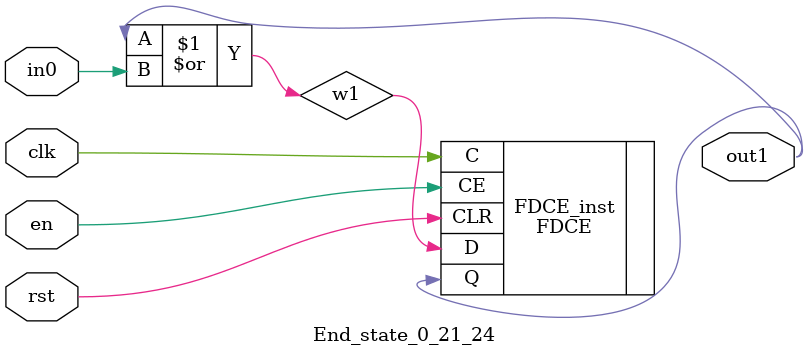
<source format=v>
module engine_0_21(out,clk,sod,en, in_0, in_1, in_3, in_6, in_8, in_9, in_10, in_15, in_16, in_17, in_29, in_30, in_36, in_37);
//pcre: /^User-Agent\s*\x3A[^\r\n]*SAH Agent/miH
//block char: ^[9], \x20[8], N[0], G[0], S[0], H[0], -[0], a[0], r[0], e[0], u[0], t[0], \x3A[8], [^\r\n][2], 

	input clk,sod,en;

	input in_0, in_1, in_3, in_6, in_8, in_9, in_10, in_15, in_16, in_17, in_29, in_30, in_36, in_37;
	output out;

	assign w0 = 1'b1;
	state_0_21_1 BlockState_0_21_1 (w1,in_0,clk,en,sod,w0);
	state_0_21_2 BlockState_0_21_2 (w2,in_29,clk,en,sod,w1);
	state_0_21_3 BlockState_0_21_3 (w3,in_8,clk,en,sod,w2);
	state_0_21_4 BlockState_0_21_4 (w4,in_17,clk,en,sod,w3);
	state_0_21_5 BlockState_0_21_5 (w5,in_16,clk,en,sod,w4);
	state_0_21_6 BlockState_0_21_6 (w6,in_10,clk,en,sod,w5);
	state_0_21_7 BlockState_0_21_7 (w7,in_15,clk,en,sod,w6);
	state_0_21_8 BlockState_0_21_8 (w8,in_6,clk,en,sod,w7);
	state_0_21_9 BlockState_0_21_9 (w9,in_17,clk,en,sod,w8);
	state_0_21_10 BlockState_0_21_10 (w10,in_3,clk,en,sod,w9);
	state_0_21_11 BlockState_0_21_11 (w11,in_30,clk,en,sod,w10);
	state_0_21_12 BlockState_0_21_12 (w12,in_1,clk,en,sod,w12,w11);
	state_0_21_13 BlockState_0_21_13 (w13,in_36,clk,en,sod,w11,w12);
	state_0_21_14 BlockState_0_21_14 (w14,in_37,clk,en,sod,w14,w13);
	state_0_21_15 BlockState_0_21_15 (w15,in_8,clk,en,sod,w13,w14);
	state_0_21_16 BlockState_0_21_16 (w16,in_15,clk,en,sod,w15);
	state_0_21_17 BlockState_0_21_17 (w17,in_9,clk,en,sod,w16);
	state_0_21_18 BlockState_0_21_18 (w18,in_1,clk,en,sod,w17);
	state_0_21_19 BlockState_0_21_19 (w19,in_15,clk,en,sod,w18);
	state_0_21_20 BlockState_0_21_20 (w20,in_6,clk,en,sod,w19);
	state_0_21_21 BlockState_0_21_21 (w21,in_17,clk,en,sod,w20);
	state_0_21_22 BlockState_0_21_22 (w22,in_3,clk,en,sod,w21);
	state_0_21_23 BlockState_0_21_23 (w23,in_30,clk,en,sod,w22);
	End_state_0_21_24 BlockState_0_21_24 (out,clk,en,sod,w23);
endmodule

module state_0_21_1(out1,in_char,clk,en,rst,in0);
	input in_char,clk,en,rst,in0;
	output out1;
	wire w1,w2;
	assign w1 = in0; 
	and(w2,in_char,w1);
	FDCE #(.INIT(1'b0)) FDCE_inst (
		.Q(out1),
		.C(clk),
		.CE(en),
		.CLR(rst),
		.D(w2)
);
endmodule

module state_0_21_2(out1,in_char,clk,en,rst,in0);
	input in_char,clk,en,rst,in0;
	output out1;
	wire w1,w2;
	assign w1 = in0; 
	and(w2,in_char,w1);
	FDCE #(.INIT(1'b0)) FDCE_inst (
		.Q(out1),
		.C(clk),
		.CE(en),
		.CLR(rst),
		.D(w2)
);
endmodule

module state_0_21_3(out1,in_char,clk,en,rst,in0);
	input in_char,clk,en,rst,in0;
	output out1;
	wire w1,w2;
	assign w1 = in0; 
	and(w2,in_char,w1);
	FDCE #(.INIT(1'b0)) FDCE_inst (
		.Q(out1),
		.C(clk),
		.CE(en),
		.CLR(rst),
		.D(w2)
);
endmodule

module state_0_21_4(out1,in_char,clk,en,rst,in0);
	input in_char,clk,en,rst,in0;
	output out1;
	wire w1,w2;
	assign w1 = in0; 
	and(w2,in_char,w1);
	FDCE #(.INIT(1'b0)) FDCE_inst (
		.Q(out1),
		.C(clk),
		.CE(en),
		.CLR(rst),
		.D(w2)
);
endmodule

module state_0_21_5(out1,in_char,clk,en,rst,in0);
	input in_char,clk,en,rst,in0;
	output out1;
	wire w1,w2;
	assign w1 = in0; 
	and(w2,in_char,w1);
	FDCE #(.INIT(1'b0)) FDCE_inst (
		.Q(out1),
		.C(clk),
		.CE(en),
		.CLR(rst),
		.D(w2)
);
endmodule

module state_0_21_6(out1,in_char,clk,en,rst,in0);
	input in_char,clk,en,rst,in0;
	output out1;
	wire w1,w2;
	assign w1 = in0; 
	and(w2,in_char,w1);
	FDCE #(.INIT(1'b0)) FDCE_inst (
		.Q(out1),
		.C(clk),
		.CE(en),
		.CLR(rst),
		.D(w2)
);
endmodule

module state_0_21_7(out1,in_char,clk,en,rst,in0);
	input in_char,clk,en,rst,in0;
	output out1;
	wire w1,w2;
	assign w1 = in0; 
	and(w2,in_char,w1);
	FDCE #(.INIT(1'b0)) FDCE_inst (
		.Q(out1),
		.C(clk),
		.CE(en),
		.CLR(rst),
		.D(w2)
);
endmodule

module state_0_21_8(out1,in_char,clk,en,rst,in0);
	input in_char,clk,en,rst,in0;
	output out1;
	wire w1,w2;
	assign w1 = in0; 
	and(w2,in_char,w1);
	FDCE #(.INIT(1'b0)) FDCE_inst (
		.Q(out1),
		.C(clk),
		.CE(en),
		.CLR(rst),
		.D(w2)
);
endmodule

module state_0_21_9(out1,in_char,clk,en,rst,in0);
	input in_char,clk,en,rst,in0;
	output out1;
	wire w1,w2;
	assign w1 = in0; 
	and(w2,in_char,w1);
	FDCE #(.INIT(1'b0)) FDCE_inst (
		.Q(out1),
		.C(clk),
		.CE(en),
		.CLR(rst),
		.D(w2)
);
endmodule

module state_0_21_10(out1,in_char,clk,en,rst,in0);
	input in_char,clk,en,rst,in0;
	output out1;
	wire w1,w2;
	assign w1 = in0; 
	and(w2,in_char,w1);
	FDCE #(.INIT(1'b0)) FDCE_inst (
		.Q(out1),
		.C(clk),
		.CE(en),
		.CLR(rst),
		.D(w2)
);
endmodule

module state_0_21_11(out1,in_char,clk,en,rst,in0);
	input in_char,clk,en,rst,in0;
	output out1;
	wire w1,w2;
	assign w1 = in0; 
	and(w2,in_char,w1);
	FDCE #(.INIT(1'b0)) FDCE_inst (
		.Q(out1),
		.C(clk),
		.CE(en),
		.CLR(rst),
		.D(w2)
);
endmodule

module state_0_21_12(out1,in_char,clk,en,rst,in0,in1);
	input in_char,clk,en,rst,in0,in1;
	output out1;
	wire w1,w2;
	or(w1,in0,in1);
	and(w2,in_char,w1);
	FDCE #(.INIT(1'b0)) FDCE_inst (
		.Q(out1),
		.C(clk),
		.CE(en),
		.CLR(rst),
		.D(w2)
);
endmodule

module state_0_21_13(out1,in_char,clk,en,rst,in0,in1);
	input in_char,clk,en,rst,in0,in1;
	output out1;
	wire w1,w2;
	or(w1,in0,in1);
	and(w2,in_char,w1);
	FDCE #(.INIT(1'b0)) FDCE_inst (
		.Q(out1),
		.C(clk),
		.CE(en),
		.CLR(rst),
		.D(w2)
);
endmodule

module state_0_21_14(out1,in_char,clk,en,rst,in0,in1);
	input in_char,clk,en,rst,in0,in1;
	output out1;
	wire w1,w2;
	or(w1,in0,in1);
	and(w2,in_char,w1);
	FDCE #(.INIT(1'b0)) FDCE_inst (
		.Q(out1),
		.C(clk),
		.CE(en),
		.CLR(rst),
		.D(w2)
);
endmodule

module state_0_21_15(out1,in_char,clk,en,rst,in0,in1);
	input in_char,clk,en,rst,in0,in1;
	output out1;
	wire w1,w2;
	or(w1,in0,in1);
	and(w2,in_char,w1);
	FDCE #(.INIT(1'b0)) FDCE_inst (
		.Q(out1),
		.C(clk),
		.CE(en),
		.CLR(rst),
		.D(w2)
);
endmodule

module state_0_21_16(out1,in_char,clk,en,rst,in0);
	input in_char,clk,en,rst,in0;
	output out1;
	wire w1,w2;
	assign w1 = in0; 
	and(w2,in_char,w1);
	FDCE #(.INIT(1'b0)) FDCE_inst (
		.Q(out1),
		.C(clk),
		.CE(en),
		.CLR(rst),
		.D(w2)
);
endmodule

module state_0_21_17(out1,in_char,clk,en,rst,in0);
	input in_char,clk,en,rst,in0;
	output out1;
	wire w1,w2;
	assign w1 = in0; 
	and(w2,in_char,w1);
	FDCE #(.INIT(1'b0)) FDCE_inst (
		.Q(out1),
		.C(clk),
		.CE(en),
		.CLR(rst),
		.D(w2)
);
endmodule

module state_0_21_18(out1,in_char,clk,en,rst,in0);
	input in_char,clk,en,rst,in0;
	output out1;
	wire w1,w2;
	assign w1 = in0; 
	and(w2,in_char,w1);
	FDCE #(.INIT(1'b0)) FDCE_inst (
		.Q(out1),
		.C(clk),
		.CE(en),
		.CLR(rst),
		.D(w2)
);
endmodule

module state_0_21_19(out1,in_char,clk,en,rst,in0);
	input in_char,clk,en,rst,in0;
	output out1;
	wire w1,w2;
	assign w1 = in0; 
	and(w2,in_char,w1);
	FDCE #(.INIT(1'b0)) FDCE_inst (
		.Q(out1),
		.C(clk),
		.CE(en),
		.CLR(rst),
		.D(w2)
);
endmodule

module state_0_21_20(out1,in_char,clk,en,rst,in0);
	input in_char,clk,en,rst,in0;
	output out1;
	wire w1,w2;
	assign w1 = in0; 
	and(w2,in_char,w1);
	FDCE #(.INIT(1'b0)) FDCE_inst (
		.Q(out1),
		.C(clk),
		.CE(en),
		.CLR(rst),
		.D(w2)
);
endmodule

module state_0_21_21(out1,in_char,clk,en,rst,in0);
	input in_char,clk,en,rst,in0;
	output out1;
	wire w1,w2;
	assign w1 = in0; 
	and(w2,in_char,w1);
	FDCE #(.INIT(1'b0)) FDCE_inst (
		.Q(out1),
		.C(clk),
		.CE(en),
		.CLR(rst),
		.D(w2)
);
endmodule

module state_0_21_22(out1,in_char,clk,en,rst,in0);
	input in_char,clk,en,rst,in0;
	output out1;
	wire w1,w2;
	assign w1 = in0; 
	and(w2,in_char,w1);
	FDCE #(.INIT(1'b0)) FDCE_inst (
		.Q(out1),
		.C(clk),
		.CE(en),
		.CLR(rst),
		.D(w2)
);
endmodule

module state_0_21_23(out1,in_char,clk,en,rst,in0);
	input in_char,clk,en,rst,in0;
	output out1;
	wire w1,w2;
	assign w1 = in0; 
	and(w2,in_char,w1);
	FDCE #(.INIT(1'b0)) FDCE_inst (
		.Q(out1),
		.C(clk),
		.CE(en),
		.CLR(rst),
		.D(w2)
);
endmodule

module End_state_0_21_24(out1,clk,en,rst,in0);
	input clk,rst,en,in0;
	output out1;
	wire w1;
	or(w1,out1,in0);
	FDCE #(.INIT(1'b0)) FDCE_inst (
		.Q(out1),
		.C(clk),
		.CE(en),
		.CLR(rst),
		.D(w1)
);
endmodule


</source>
